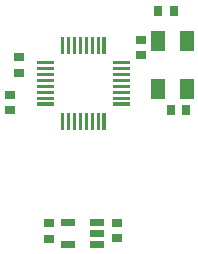
<source format=gbr>
G04 EAGLE Gerber RS-274X export*
G75*
%MOMM*%
%FSLAX34Y34*%
%LPD*%
%INSolderpaste Bottom*%
%IPPOS*%
%AMOC8*
5,1,8,0,0,1.08239X$1,22.5*%
G01*
%ADD10R,1.200000X1.800000*%
%ADD11R,0.700000X0.900000*%
%ADD12C,0.088500*%
%ADD13R,0.900000X0.700000*%
%ADD14C,0.065000*%


D10*
X250252Y63434D03*
X226252Y63434D03*
X226252Y23434D03*
X250252Y23434D03*
D11*
X236832Y5588D03*
X249832Y5588D03*
X239164Y89154D03*
X226164Y89154D03*
D12*
X168486Y-87052D02*
X168486Y-92068D01*
X168486Y-87052D02*
X179702Y-87052D01*
X179702Y-92068D01*
X168486Y-92068D01*
X168486Y-91227D02*
X179702Y-91227D01*
X179702Y-90386D02*
X168486Y-90386D01*
X168486Y-89545D02*
X179702Y-89545D01*
X179702Y-88704D02*
X168486Y-88704D01*
X168486Y-87863D02*
X179702Y-87863D01*
X143386Y-106052D02*
X143386Y-111068D01*
X143386Y-106052D02*
X154602Y-106052D01*
X154602Y-111068D01*
X143386Y-111068D01*
X143386Y-110227D02*
X154602Y-110227D01*
X154602Y-109386D02*
X143386Y-109386D01*
X143386Y-108545D02*
X154602Y-108545D01*
X154602Y-107704D02*
X143386Y-107704D01*
X143386Y-106863D02*
X154602Y-106863D01*
X168486Y-101568D02*
X168486Y-96552D01*
X179702Y-96552D01*
X179702Y-101568D01*
X168486Y-101568D01*
X168486Y-100727D02*
X179702Y-100727D01*
X179702Y-99886D02*
X168486Y-99886D01*
X168486Y-99045D02*
X179702Y-99045D01*
X179702Y-98204D02*
X168486Y-98204D01*
X168486Y-97363D02*
X179702Y-97363D01*
X168486Y-106052D02*
X168486Y-111068D01*
X168486Y-106052D02*
X179702Y-106052D01*
X179702Y-111068D01*
X168486Y-111068D01*
X168486Y-110227D02*
X179702Y-110227D01*
X179702Y-109386D02*
X168486Y-109386D01*
X168486Y-108545D02*
X179702Y-108545D01*
X179702Y-107704D02*
X168486Y-107704D01*
X168486Y-106863D02*
X179702Y-106863D01*
X143386Y-92068D02*
X143386Y-87052D01*
X154602Y-87052D01*
X154602Y-92068D01*
X143386Y-92068D01*
X143386Y-91227D02*
X154602Y-91227D01*
X154602Y-90386D02*
X143386Y-90386D01*
X143386Y-89545D02*
X154602Y-89545D01*
X154602Y-88704D02*
X143386Y-88704D01*
X143386Y-87863D02*
X154602Y-87863D01*
D13*
X108458Y36934D03*
X108458Y49934D03*
X211074Y64666D03*
X211074Y51666D03*
X191008Y-90274D03*
X191008Y-103274D03*
X133350Y-90528D03*
X133350Y-103528D03*
D14*
X137231Y9719D02*
X123481Y9719D01*
X123481Y11669D01*
X137231Y11669D01*
X137231Y9719D01*
X137231Y10336D02*
X123481Y10336D01*
X123481Y10953D02*
X137231Y10953D01*
X137231Y11570D02*
X123481Y11570D01*
X123481Y14719D02*
X137231Y14719D01*
X123481Y14719D02*
X123481Y16669D01*
X137231Y16669D01*
X137231Y14719D01*
X137231Y15336D02*
X123481Y15336D01*
X123481Y15953D02*
X137231Y15953D01*
X137231Y16570D02*
X123481Y16570D01*
X123481Y19719D02*
X137231Y19719D01*
X123481Y19719D02*
X123481Y21669D01*
X137231Y21669D01*
X137231Y19719D01*
X137231Y20336D02*
X123481Y20336D01*
X123481Y20953D02*
X137231Y20953D01*
X137231Y21570D02*
X123481Y21570D01*
X123481Y24719D02*
X137231Y24719D01*
X123481Y24719D02*
X123481Y26669D01*
X137231Y26669D01*
X137231Y24719D01*
X137231Y25336D02*
X123481Y25336D01*
X123481Y25953D02*
X137231Y25953D01*
X137231Y26570D02*
X123481Y26570D01*
X123481Y29719D02*
X137231Y29719D01*
X123481Y29719D02*
X123481Y31669D01*
X137231Y31669D01*
X137231Y29719D01*
X137231Y30336D02*
X123481Y30336D01*
X123481Y30953D02*
X137231Y30953D01*
X137231Y31570D02*
X123481Y31570D01*
X123481Y34719D02*
X137231Y34719D01*
X123481Y34719D02*
X123481Y36669D01*
X137231Y36669D01*
X137231Y34719D01*
X137231Y35336D02*
X123481Y35336D01*
X123481Y35953D02*
X137231Y35953D01*
X137231Y36570D02*
X123481Y36570D01*
X123481Y39719D02*
X137231Y39719D01*
X123481Y39719D02*
X123481Y41669D01*
X137231Y41669D01*
X137231Y39719D01*
X137231Y40336D02*
X123481Y40336D01*
X123481Y40953D02*
X137231Y40953D01*
X137231Y41570D02*
X123481Y41570D01*
X123481Y44719D02*
X137231Y44719D01*
X123481Y44719D02*
X123481Y46669D01*
X137231Y46669D01*
X137231Y44719D01*
X137231Y45336D02*
X123481Y45336D01*
X123481Y45953D02*
X137231Y45953D01*
X137231Y46570D02*
X123481Y46570D01*
X187381Y44719D02*
X201131Y44719D01*
X187381Y44719D02*
X187381Y46669D01*
X201131Y46669D01*
X201131Y44719D01*
X201131Y45336D02*
X187381Y45336D01*
X187381Y45953D02*
X201131Y45953D01*
X201131Y46570D02*
X187381Y46570D01*
X187381Y39719D02*
X201131Y39719D01*
X187381Y39719D02*
X187381Y41669D01*
X201131Y41669D01*
X201131Y39719D01*
X201131Y40336D02*
X187381Y40336D01*
X187381Y40953D02*
X201131Y40953D01*
X201131Y41570D02*
X187381Y41570D01*
X187381Y34719D02*
X201131Y34719D01*
X187381Y34719D02*
X187381Y36669D01*
X201131Y36669D01*
X201131Y34719D01*
X201131Y35336D02*
X187381Y35336D01*
X187381Y35953D02*
X201131Y35953D01*
X201131Y36570D02*
X187381Y36570D01*
X187381Y29719D02*
X201131Y29719D01*
X187381Y29719D02*
X187381Y31669D01*
X201131Y31669D01*
X201131Y29719D01*
X201131Y30336D02*
X187381Y30336D01*
X187381Y30953D02*
X201131Y30953D01*
X201131Y31570D02*
X187381Y31570D01*
X187381Y24719D02*
X201131Y24719D01*
X187381Y24719D02*
X187381Y26669D01*
X201131Y26669D01*
X201131Y24719D01*
X201131Y25336D02*
X187381Y25336D01*
X187381Y25953D02*
X201131Y25953D01*
X201131Y26570D02*
X187381Y26570D01*
X187381Y19719D02*
X201131Y19719D01*
X187381Y19719D02*
X187381Y21669D01*
X201131Y21669D01*
X201131Y19719D01*
X201131Y20336D02*
X187381Y20336D01*
X187381Y20953D02*
X201131Y20953D01*
X201131Y21570D02*
X187381Y21570D01*
X187381Y14719D02*
X201131Y14719D01*
X187381Y14719D02*
X187381Y16669D01*
X201131Y16669D01*
X201131Y14719D01*
X201131Y15336D02*
X187381Y15336D01*
X187381Y15953D02*
X201131Y15953D01*
X201131Y16570D02*
X187381Y16570D01*
X187381Y9719D02*
X201131Y9719D01*
X187381Y9719D02*
X187381Y11669D01*
X201131Y11669D01*
X201131Y9719D01*
X201131Y10336D02*
X187381Y10336D01*
X187381Y10953D02*
X201131Y10953D01*
X201131Y11570D02*
X187381Y11570D01*
X180781Y3119D02*
X180781Y-10631D01*
X178831Y-10631D01*
X178831Y3119D01*
X180781Y3119D01*
X180781Y-10014D02*
X178831Y-10014D01*
X178831Y-9397D02*
X180781Y-9397D01*
X180781Y-8780D02*
X178831Y-8780D01*
X178831Y-8163D02*
X180781Y-8163D01*
X180781Y-7546D02*
X178831Y-7546D01*
X178831Y-6929D02*
X180781Y-6929D01*
X180781Y-6312D02*
X178831Y-6312D01*
X178831Y-5695D02*
X180781Y-5695D01*
X180781Y-5078D02*
X178831Y-5078D01*
X178831Y-4461D02*
X180781Y-4461D01*
X180781Y-3844D02*
X178831Y-3844D01*
X178831Y-3227D02*
X180781Y-3227D01*
X180781Y-2610D02*
X178831Y-2610D01*
X178831Y-1993D02*
X180781Y-1993D01*
X180781Y-1376D02*
X178831Y-1376D01*
X178831Y-759D02*
X180781Y-759D01*
X180781Y-142D02*
X178831Y-142D01*
X178831Y475D02*
X180781Y475D01*
X180781Y1092D02*
X178831Y1092D01*
X178831Y1709D02*
X180781Y1709D01*
X180781Y2326D02*
X178831Y2326D01*
X178831Y2943D02*
X180781Y2943D01*
X175781Y3119D02*
X175781Y-10631D01*
X173831Y-10631D01*
X173831Y3119D01*
X175781Y3119D01*
X175781Y-10014D02*
X173831Y-10014D01*
X173831Y-9397D02*
X175781Y-9397D01*
X175781Y-8780D02*
X173831Y-8780D01*
X173831Y-8163D02*
X175781Y-8163D01*
X175781Y-7546D02*
X173831Y-7546D01*
X173831Y-6929D02*
X175781Y-6929D01*
X175781Y-6312D02*
X173831Y-6312D01*
X173831Y-5695D02*
X175781Y-5695D01*
X175781Y-5078D02*
X173831Y-5078D01*
X173831Y-4461D02*
X175781Y-4461D01*
X175781Y-3844D02*
X173831Y-3844D01*
X173831Y-3227D02*
X175781Y-3227D01*
X175781Y-2610D02*
X173831Y-2610D01*
X173831Y-1993D02*
X175781Y-1993D01*
X175781Y-1376D02*
X173831Y-1376D01*
X173831Y-759D02*
X175781Y-759D01*
X175781Y-142D02*
X173831Y-142D01*
X173831Y475D02*
X175781Y475D01*
X175781Y1092D02*
X173831Y1092D01*
X173831Y1709D02*
X175781Y1709D01*
X175781Y2326D02*
X173831Y2326D01*
X173831Y2943D02*
X175781Y2943D01*
X170781Y3119D02*
X170781Y-10631D01*
X168831Y-10631D01*
X168831Y3119D01*
X170781Y3119D01*
X170781Y-10014D02*
X168831Y-10014D01*
X168831Y-9397D02*
X170781Y-9397D01*
X170781Y-8780D02*
X168831Y-8780D01*
X168831Y-8163D02*
X170781Y-8163D01*
X170781Y-7546D02*
X168831Y-7546D01*
X168831Y-6929D02*
X170781Y-6929D01*
X170781Y-6312D02*
X168831Y-6312D01*
X168831Y-5695D02*
X170781Y-5695D01*
X170781Y-5078D02*
X168831Y-5078D01*
X168831Y-4461D02*
X170781Y-4461D01*
X170781Y-3844D02*
X168831Y-3844D01*
X168831Y-3227D02*
X170781Y-3227D01*
X170781Y-2610D02*
X168831Y-2610D01*
X168831Y-1993D02*
X170781Y-1993D01*
X170781Y-1376D02*
X168831Y-1376D01*
X168831Y-759D02*
X170781Y-759D01*
X170781Y-142D02*
X168831Y-142D01*
X168831Y475D02*
X170781Y475D01*
X170781Y1092D02*
X168831Y1092D01*
X168831Y1709D02*
X170781Y1709D01*
X170781Y2326D02*
X168831Y2326D01*
X168831Y2943D02*
X170781Y2943D01*
X165781Y3119D02*
X165781Y-10631D01*
X163831Y-10631D01*
X163831Y3119D01*
X165781Y3119D01*
X165781Y-10014D02*
X163831Y-10014D01*
X163831Y-9397D02*
X165781Y-9397D01*
X165781Y-8780D02*
X163831Y-8780D01*
X163831Y-8163D02*
X165781Y-8163D01*
X165781Y-7546D02*
X163831Y-7546D01*
X163831Y-6929D02*
X165781Y-6929D01*
X165781Y-6312D02*
X163831Y-6312D01*
X163831Y-5695D02*
X165781Y-5695D01*
X165781Y-5078D02*
X163831Y-5078D01*
X163831Y-4461D02*
X165781Y-4461D01*
X165781Y-3844D02*
X163831Y-3844D01*
X163831Y-3227D02*
X165781Y-3227D01*
X165781Y-2610D02*
X163831Y-2610D01*
X163831Y-1993D02*
X165781Y-1993D01*
X165781Y-1376D02*
X163831Y-1376D01*
X163831Y-759D02*
X165781Y-759D01*
X165781Y-142D02*
X163831Y-142D01*
X163831Y475D02*
X165781Y475D01*
X165781Y1092D02*
X163831Y1092D01*
X163831Y1709D02*
X165781Y1709D01*
X165781Y2326D02*
X163831Y2326D01*
X163831Y2943D02*
X165781Y2943D01*
X160781Y3119D02*
X160781Y-10631D01*
X158831Y-10631D01*
X158831Y3119D01*
X160781Y3119D01*
X160781Y-10014D02*
X158831Y-10014D01*
X158831Y-9397D02*
X160781Y-9397D01*
X160781Y-8780D02*
X158831Y-8780D01*
X158831Y-8163D02*
X160781Y-8163D01*
X160781Y-7546D02*
X158831Y-7546D01*
X158831Y-6929D02*
X160781Y-6929D01*
X160781Y-6312D02*
X158831Y-6312D01*
X158831Y-5695D02*
X160781Y-5695D01*
X160781Y-5078D02*
X158831Y-5078D01*
X158831Y-4461D02*
X160781Y-4461D01*
X160781Y-3844D02*
X158831Y-3844D01*
X158831Y-3227D02*
X160781Y-3227D01*
X160781Y-2610D02*
X158831Y-2610D01*
X158831Y-1993D02*
X160781Y-1993D01*
X160781Y-1376D02*
X158831Y-1376D01*
X158831Y-759D02*
X160781Y-759D01*
X160781Y-142D02*
X158831Y-142D01*
X158831Y475D02*
X160781Y475D01*
X160781Y1092D02*
X158831Y1092D01*
X158831Y1709D02*
X160781Y1709D01*
X160781Y2326D02*
X158831Y2326D01*
X158831Y2943D02*
X160781Y2943D01*
X155781Y3119D02*
X155781Y-10631D01*
X153831Y-10631D01*
X153831Y3119D01*
X155781Y3119D01*
X155781Y-10014D02*
X153831Y-10014D01*
X153831Y-9397D02*
X155781Y-9397D01*
X155781Y-8780D02*
X153831Y-8780D01*
X153831Y-8163D02*
X155781Y-8163D01*
X155781Y-7546D02*
X153831Y-7546D01*
X153831Y-6929D02*
X155781Y-6929D01*
X155781Y-6312D02*
X153831Y-6312D01*
X153831Y-5695D02*
X155781Y-5695D01*
X155781Y-5078D02*
X153831Y-5078D01*
X153831Y-4461D02*
X155781Y-4461D01*
X155781Y-3844D02*
X153831Y-3844D01*
X153831Y-3227D02*
X155781Y-3227D01*
X155781Y-2610D02*
X153831Y-2610D01*
X153831Y-1993D02*
X155781Y-1993D01*
X155781Y-1376D02*
X153831Y-1376D01*
X153831Y-759D02*
X155781Y-759D01*
X155781Y-142D02*
X153831Y-142D01*
X153831Y475D02*
X155781Y475D01*
X155781Y1092D02*
X153831Y1092D01*
X153831Y1709D02*
X155781Y1709D01*
X155781Y2326D02*
X153831Y2326D01*
X153831Y2943D02*
X155781Y2943D01*
X150781Y3119D02*
X150781Y-10631D01*
X148831Y-10631D01*
X148831Y3119D01*
X150781Y3119D01*
X150781Y-10014D02*
X148831Y-10014D01*
X148831Y-9397D02*
X150781Y-9397D01*
X150781Y-8780D02*
X148831Y-8780D01*
X148831Y-8163D02*
X150781Y-8163D01*
X150781Y-7546D02*
X148831Y-7546D01*
X148831Y-6929D02*
X150781Y-6929D01*
X150781Y-6312D02*
X148831Y-6312D01*
X148831Y-5695D02*
X150781Y-5695D01*
X150781Y-5078D02*
X148831Y-5078D01*
X148831Y-4461D02*
X150781Y-4461D01*
X150781Y-3844D02*
X148831Y-3844D01*
X148831Y-3227D02*
X150781Y-3227D01*
X150781Y-2610D02*
X148831Y-2610D01*
X148831Y-1993D02*
X150781Y-1993D01*
X150781Y-1376D02*
X148831Y-1376D01*
X148831Y-759D02*
X150781Y-759D01*
X150781Y-142D02*
X148831Y-142D01*
X148831Y475D02*
X150781Y475D01*
X150781Y1092D02*
X148831Y1092D01*
X148831Y1709D02*
X150781Y1709D01*
X150781Y2326D02*
X148831Y2326D01*
X148831Y2943D02*
X150781Y2943D01*
X145781Y3119D02*
X145781Y-10631D01*
X143831Y-10631D01*
X143831Y3119D01*
X145781Y3119D01*
X145781Y-10014D02*
X143831Y-10014D01*
X143831Y-9397D02*
X145781Y-9397D01*
X145781Y-8780D02*
X143831Y-8780D01*
X143831Y-8163D02*
X145781Y-8163D01*
X145781Y-7546D02*
X143831Y-7546D01*
X143831Y-6929D02*
X145781Y-6929D01*
X145781Y-6312D02*
X143831Y-6312D01*
X143831Y-5695D02*
X145781Y-5695D01*
X145781Y-5078D02*
X143831Y-5078D01*
X143831Y-4461D02*
X145781Y-4461D01*
X145781Y-3844D02*
X143831Y-3844D01*
X143831Y-3227D02*
X145781Y-3227D01*
X145781Y-2610D02*
X143831Y-2610D01*
X143831Y-1993D02*
X145781Y-1993D01*
X145781Y-1376D02*
X143831Y-1376D01*
X143831Y-759D02*
X145781Y-759D01*
X145781Y-142D02*
X143831Y-142D01*
X143831Y475D02*
X145781Y475D01*
X145781Y1092D02*
X143831Y1092D01*
X143831Y1709D02*
X145781Y1709D01*
X145781Y2326D02*
X143831Y2326D01*
X143831Y2943D02*
X145781Y2943D01*
X145781Y53269D02*
X145781Y67019D01*
X145781Y53269D02*
X143831Y53269D01*
X143831Y67019D01*
X145781Y67019D01*
X145781Y53886D02*
X143831Y53886D01*
X143831Y54503D02*
X145781Y54503D01*
X145781Y55120D02*
X143831Y55120D01*
X143831Y55737D02*
X145781Y55737D01*
X145781Y56354D02*
X143831Y56354D01*
X143831Y56971D02*
X145781Y56971D01*
X145781Y57588D02*
X143831Y57588D01*
X143831Y58205D02*
X145781Y58205D01*
X145781Y58822D02*
X143831Y58822D01*
X143831Y59439D02*
X145781Y59439D01*
X145781Y60056D02*
X143831Y60056D01*
X143831Y60673D02*
X145781Y60673D01*
X145781Y61290D02*
X143831Y61290D01*
X143831Y61907D02*
X145781Y61907D01*
X145781Y62524D02*
X143831Y62524D01*
X143831Y63141D02*
X145781Y63141D01*
X145781Y63758D02*
X143831Y63758D01*
X143831Y64375D02*
X145781Y64375D01*
X145781Y64992D02*
X143831Y64992D01*
X143831Y65609D02*
X145781Y65609D01*
X145781Y66226D02*
X143831Y66226D01*
X143831Y66843D02*
X145781Y66843D01*
X150781Y67019D02*
X150781Y53269D01*
X148831Y53269D01*
X148831Y67019D01*
X150781Y67019D01*
X150781Y53886D02*
X148831Y53886D01*
X148831Y54503D02*
X150781Y54503D01*
X150781Y55120D02*
X148831Y55120D01*
X148831Y55737D02*
X150781Y55737D01*
X150781Y56354D02*
X148831Y56354D01*
X148831Y56971D02*
X150781Y56971D01*
X150781Y57588D02*
X148831Y57588D01*
X148831Y58205D02*
X150781Y58205D01*
X150781Y58822D02*
X148831Y58822D01*
X148831Y59439D02*
X150781Y59439D01*
X150781Y60056D02*
X148831Y60056D01*
X148831Y60673D02*
X150781Y60673D01*
X150781Y61290D02*
X148831Y61290D01*
X148831Y61907D02*
X150781Y61907D01*
X150781Y62524D02*
X148831Y62524D01*
X148831Y63141D02*
X150781Y63141D01*
X150781Y63758D02*
X148831Y63758D01*
X148831Y64375D02*
X150781Y64375D01*
X150781Y64992D02*
X148831Y64992D01*
X148831Y65609D02*
X150781Y65609D01*
X150781Y66226D02*
X148831Y66226D01*
X148831Y66843D02*
X150781Y66843D01*
X155781Y67019D02*
X155781Y53269D01*
X153831Y53269D01*
X153831Y67019D01*
X155781Y67019D01*
X155781Y53886D02*
X153831Y53886D01*
X153831Y54503D02*
X155781Y54503D01*
X155781Y55120D02*
X153831Y55120D01*
X153831Y55737D02*
X155781Y55737D01*
X155781Y56354D02*
X153831Y56354D01*
X153831Y56971D02*
X155781Y56971D01*
X155781Y57588D02*
X153831Y57588D01*
X153831Y58205D02*
X155781Y58205D01*
X155781Y58822D02*
X153831Y58822D01*
X153831Y59439D02*
X155781Y59439D01*
X155781Y60056D02*
X153831Y60056D01*
X153831Y60673D02*
X155781Y60673D01*
X155781Y61290D02*
X153831Y61290D01*
X153831Y61907D02*
X155781Y61907D01*
X155781Y62524D02*
X153831Y62524D01*
X153831Y63141D02*
X155781Y63141D01*
X155781Y63758D02*
X153831Y63758D01*
X153831Y64375D02*
X155781Y64375D01*
X155781Y64992D02*
X153831Y64992D01*
X153831Y65609D02*
X155781Y65609D01*
X155781Y66226D02*
X153831Y66226D01*
X153831Y66843D02*
X155781Y66843D01*
X160781Y67019D02*
X160781Y53269D01*
X158831Y53269D01*
X158831Y67019D01*
X160781Y67019D01*
X160781Y53886D02*
X158831Y53886D01*
X158831Y54503D02*
X160781Y54503D01*
X160781Y55120D02*
X158831Y55120D01*
X158831Y55737D02*
X160781Y55737D01*
X160781Y56354D02*
X158831Y56354D01*
X158831Y56971D02*
X160781Y56971D01*
X160781Y57588D02*
X158831Y57588D01*
X158831Y58205D02*
X160781Y58205D01*
X160781Y58822D02*
X158831Y58822D01*
X158831Y59439D02*
X160781Y59439D01*
X160781Y60056D02*
X158831Y60056D01*
X158831Y60673D02*
X160781Y60673D01*
X160781Y61290D02*
X158831Y61290D01*
X158831Y61907D02*
X160781Y61907D01*
X160781Y62524D02*
X158831Y62524D01*
X158831Y63141D02*
X160781Y63141D01*
X160781Y63758D02*
X158831Y63758D01*
X158831Y64375D02*
X160781Y64375D01*
X160781Y64992D02*
X158831Y64992D01*
X158831Y65609D02*
X160781Y65609D01*
X160781Y66226D02*
X158831Y66226D01*
X158831Y66843D02*
X160781Y66843D01*
X165781Y67019D02*
X165781Y53269D01*
X163831Y53269D01*
X163831Y67019D01*
X165781Y67019D01*
X165781Y53886D02*
X163831Y53886D01*
X163831Y54503D02*
X165781Y54503D01*
X165781Y55120D02*
X163831Y55120D01*
X163831Y55737D02*
X165781Y55737D01*
X165781Y56354D02*
X163831Y56354D01*
X163831Y56971D02*
X165781Y56971D01*
X165781Y57588D02*
X163831Y57588D01*
X163831Y58205D02*
X165781Y58205D01*
X165781Y58822D02*
X163831Y58822D01*
X163831Y59439D02*
X165781Y59439D01*
X165781Y60056D02*
X163831Y60056D01*
X163831Y60673D02*
X165781Y60673D01*
X165781Y61290D02*
X163831Y61290D01*
X163831Y61907D02*
X165781Y61907D01*
X165781Y62524D02*
X163831Y62524D01*
X163831Y63141D02*
X165781Y63141D01*
X165781Y63758D02*
X163831Y63758D01*
X163831Y64375D02*
X165781Y64375D01*
X165781Y64992D02*
X163831Y64992D01*
X163831Y65609D02*
X165781Y65609D01*
X165781Y66226D02*
X163831Y66226D01*
X163831Y66843D02*
X165781Y66843D01*
X170781Y67019D02*
X170781Y53269D01*
X168831Y53269D01*
X168831Y67019D01*
X170781Y67019D01*
X170781Y53886D02*
X168831Y53886D01*
X168831Y54503D02*
X170781Y54503D01*
X170781Y55120D02*
X168831Y55120D01*
X168831Y55737D02*
X170781Y55737D01*
X170781Y56354D02*
X168831Y56354D01*
X168831Y56971D02*
X170781Y56971D01*
X170781Y57588D02*
X168831Y57588D01*
X168831Y58205D02*
X170781Y58205D01*
X170781Y58822D02*
X168831Y58822D01*
X168831Y59439D02*
X170781Y59439D01*
X170781Y60056D02*
X168831Y60056D01*
X168831Y60673D02*
X170781Y60673D01*
X170781Y61290D02*
X168831Y61290D01*
X168831Y61907D02*
X170781Y61907D01*
X170781Y62524D02*
X168831Y62524D01*
X168831Y63141D02*
X170781Y63141D01*
X170781Y63758D02*
X168831Y63758D01*
X168831Y64375D02*
X170781Y64375D01*
X170781Y64992D02*
X168831Y64992D01*
X168831Y65609D02*
X170781Y65609D01*
X170781Y66226D02*
X168831Y66226D01*
X168831Y66843D02*
X170781Y66843D01*
X175781Y67019D02*
X175781Y53269D01*
X173831Y53269D01*
X173831Y67019D01*
X175781Y67019D01*
X175781Y53886D02*
X173831Y53886D01*
X173831Y54503D02*
X175781Y54503D01*
X175781Y55120D02*
X173831Y55120D01*
X173831Y55737D02*
X175781Y55737D01*
X175781Y56354D02*
X173831Y56354D01*
X173831Y56971D02*
X175781Y56971D01*
X175781Y57588D02*
X173831Y57588D01*
X173831Y58205D02*
X175781Y58205D01*
X175781Y58822D02*
X173831Y58822D01*
X173831Y59439D02*
X175781Y59439D01*
X175781Y60056D02*
X173831Y60056D01*
X173831Y60673D02*
X175781Y60673D01*
X175781Y61290D02*
X173831Y61290D01*
X173831Y61907D02*
X175781Y61907D01*
X175781Y62524D02*
X173831Y62524D01*
X173831Y63141D02*
X175781Y63141D01*
X175781Y63758D02*
X173831Y63758D01*
X173831Y64375D02*
X175781Y64375D01*
X175781Y64992D02*
X173831Y64992D01*
X173831Y65609D02*
X175781Y65609D01*
X175781Y66226D02*
X173831Y66226D01*
X173831Y66843D02*
X175781Y66843D01*
X180781Y67019D02*
X180781Y53269D01*
X178831Y53269D01*
X178831Y67019D01*
X180781Y67019D01*
X180781Y53886D02*
X178831Y53886D01*
X178831Y54503D02*
X180781Y54503D01*
X180781Y55120D02*
X178831Y55120D01*
X178831Y55737D02*
X180781Y55737D01*
X180781Y56354D02*
X178831Y56354D01*
X178831Y56971D02*
X180781Y56971D01*
X180781Y57588D02*
X178831Y57588D01*
X178831Y58205D02*
X180781Y58205D01*
X180781Y58822D02*
X178831Y58822D01*
X178831Y59439D02*
X180781Y59439D01*
X180781Y60056D02*
X178831Y60056D01*
X178831Y60673D02*
X180781Y60673D01*
X180781Y61290D02*
X178831Y61290D01*
X178831Y61907D02*
X180781Y61907D01*
X180781Y62524D02*
X178831Y62524D01*
X178831Y63141D02*
X180781Y63141D01*
X180781Y63758D02*
X178831Y63758D01*
X178831Y64375D02*
X180781Y64375D01*
X180781Y64992D02*
X178831Y64992D01*
X178831Y65609D02*
X180781Y65609D01*
X180781Y66226D02*
X178831Y66226D01*
X178831Y66843D02*
X180781Y66843D01*
D13*
X100584Y4930D03*
X100584Y17930D03*
M02*

</source>
